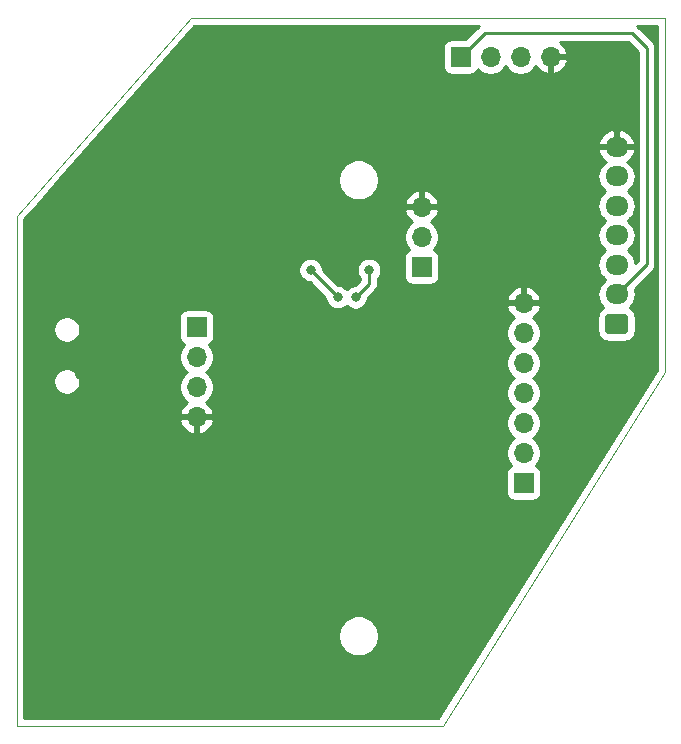
<source format=gbr>
%TF.GenerationSoftware,KiCad,Pcbnew,(5.1.6)-1*%
%TF.CreationDate,2020-06-10T16:57:24-05:00*%
%TF.ProjectId,GameVision50 Redesign,47616d65-5669-4736-996f-6e3530205265,rev?*%
%TF.SameCoordinates,Original*%
%TF.FileFunction,Copper,L2,Bot*%
%TF.FilePolarity,Positive*%
%FSLAX46Y46*%
G04 Gerber Fmt 4.6, Leading zero omitted, Abs format (unit mm)*
G04 Created by KiCad (PCBNEW (5.1.6)-1) date 2020-06-10 16:57:24*
%MOMM*%
%LPD*%
G01*
G04 APERTURE LIST*
%TA.AperFunction,Profile*%
%ADD10C,0.050000*%
%TD*%
%TA.AperFunction,ComponentPad*%
%ADD11R,1.700000X1.700000*%
%TD*%
%TA.AperFunction,ComponentPad*%
%ADD12O,1.700000X1.700000*%
%TD*%
%TA.AperFunction,ComponentPad*%
%ADD13O,1.950000X1.700000*%
%TD*%
%TA.AperFunction,ViaPad*%
%ADD14C,0.800000*%
%TD*%
%TA.AperFunction,Conductor*%
%ADD15C,0.250000*%
%TD*%
%TA.AperFunction,Conductor*%
%ADD16C,0.254000*%
%TD*%
G04 APERTURE END LIST*
D10*
X116332000Y-50800000D02*
X156464000Y-50800000D01*
X101600000Y-67564000D02*
X116332000Y-50800000D01*
X101600000Y-110744000D02*
X101600000Y-67564000D01*
X137668000Y-110744000D02*
X101600000Y-110744000D01*
X156464000Y-80772000D02*
X137668000Y-110744000D01*
X156464000Y-50800000D02*
X156464000Y-80772000D01*
D11*
%TO.P,J1,1*%
%TO.N,+5V*%
X139192000Y-54102000D03*
D12*
%TO.P,J1,2*%
%TO.N,/POWER*%
X141732000Y-54102000D03*
%TO.P,J1,3*%
%TO.N,/RESET*%
X144272000Y-54102000D03*
%TO.P,J1,4*%
%TO.N,GND*%
X146812000Y-54102000D03*
%TD*%
%TO.P,J2,3*%
%TO.N,GND*%
X135890000Y-66802000D03*
%TO.P,J2,2*%
%TO.N,Net-(J2-Pad2)*%
X135890000Y-69342000D03*
D11*
%TO.P,J2,1*%
%TO.N,+3V3*%
X135890000Y-71882000D03*
%TD*%
%TO.P,J5,1*%
%TO.N,/OUT0*%
%TA.AperFunction,ComponentPad*%
G36*
G01*
X153125000Y-77558000D02*
X151675000Y-77558000D01*
G75*
G02*
X151425000Y-77308000I0J250000D01*
G01*
X151425000Y-76108000D01*
G75*
G02*
X151675000Y-75858000I250000J0D01*
G01*
X153125000Y-75858000D01*
G75*
G02*
X153375000Y-76108000I0J-250000D01*
G01*
X153375000Y-77308000D01*
G75*
G02*
X153125000Y-77558000I-250000J0D01*
G01*
G37*
%TD.AperFunction*%
D13*
%TO.P,J5,2*%
%TO.N,+5V*%
X152400000Y-74208000D03*
%TO.P,J5,3*%
%TO.N,/SCK1*%
X152400000Y-71708000D03*
%TO.P,J5,4*%
%TO.N,/P1D0*%
X152400000Y-69208000D03*
%TO.P,J5,5*%
%TO.N,/P2D0*%
X152400000Y-66708000D03*
%TO.P,J5,6*%
%TO.N,/SCK2*%
X152400000Y-64208000D03*
%TO.P,J5,7*%
%TO.N,GND*%
X152400000Y-61708000D03*
%TD*%
D12*
%TO.P,J6,4*%
%TO.N,GND*%
X116840000Y-84582000D03*
%TO.P,J6,3*%
%TO.N,/SWDCLK*%
X116840000Y-82042000D03*
%TO.P,J6,2*%
%TO.N,/SWDIO*%
X116840000Y-79502000D03*
D11*
%TO.P,J6,1*%
%TO.N,+3V3*%
X116840000Y-76962000D03*
%TD*%
%TO.P,J4,1*%
%TO.N,+3V3*%
X144526000Y-90170000D03*
D12*
%TO.P,J4,2*%
%TO.N,/OUT0*%
X144526000Y-87630000D03*
%TO.P,J4,3*%
%TO.N,/SCK1*%
X144526000Y-85090000D03*
%TO.P,J4,4*%
%TO.N,/P1D0*%
X144526000Y-82550000D03*
%TO.P,J4,5*%
%TO.N,/P2D0*%
X144526000Y-80010000D03*
%TO.P,J4,6*%
%TO.N,/SCK2*%
X144526000Y-77470000D03*
%TO.P,J4,7*%
%TO.N,GND*%
X144526000Y-74930000D03*
%TD*%
D14*
%TO.N,GND*%
X124587000Y-82804000D03*
X128016000Y-82296000D03*
X131318000Y-82804000D03*
X133858000Y-85852000D03*
X133350000Y-77724000D03*
X134874000Y-74422000D03*
X128270000Y-77216000D03*
X125984000Y-74168000D03*
X123190000Y-79756000D03*
X136652000Y-76962000D03*
X136398000Y-84455000D03*
X129286000Y-93472000D03*
X130810000Y-93472000D03*
X144780000Y-60960000D03*
X144018000Y-65532000D03*
X142748000Y-58674000D03*
X139446000Y-58928000D03*
X136906000Y-59690000D03*
X113792000Y-95504000D03*
X102870000Y-76708000D03*
X108458000Y-76708000D03*
X102870000Y-82042000D03*
X108458000Y-82042000D03*
X106934000Y-81026000D03*
X106934000Y-80137000D03*
%TO.N,/USB_DP*%
X126492000Y-72136000D03*
X128790750Y-74434750D03*
%TO.N,/USB_DM*%
X131445000Y-72136000D03*
X130302000Y-74447500D03*
%TD*%
D15*
%TO.N,+5V*%
X154940000Y-71668000D02*
X152400000Y-74208000D01*
X154940000Y-53340000D02*
X154940000Y-71668000D01*
X153670000Y-52070000D02*
X154940000Y-53340000D01*
X139192000Y-54102000D02*
X141224000Y-52070000D01*
X141224000Y-52070000D02*
X153670000Y-52070000D01*
%TO.N,/USB_DP*%
X126492000Y-72390000D02*
X126492000Y-72136000D01*
X126492000Y-72136000D02*
X128790750Y-74434750D01*
%TO.N,/USB_DM*%
X130302000Y-74447500D02*
X131445000Y-73304500D01*
X131445000Y-73304500D02*
X131445000Y-72136000D01*
%TD*%
D16*
%TO.N,GND*%
G36*
X140716083Y-51503668D02*
G01*
X140683999Y-51529999D01*
X140660201Y-51558997D01*
X139605271Y-52613928D01*
X138342000Y-52613928D01*
X138217518Y-52626188D01*
X138097820Y-52662498D01*
X137987506Y-52721463D01*
X137890815Y-52800815D01*
X137811463Y-52897506D01*
X137752498Y-53007820D01*
X137716188Y-53127518D01*
X137703928Y-53252000D01*
X137703928Y-54952000D01*
X137716188Y-55076482D01*
X137752498Y-55196180D01*
X137811463Y-55306494D01*
X137890815Y-55403185D01*
X137987506Y-55482537D01*
X138097820Y-55541502D01*
X138217518Y-55577812D01*
X138342000Y-55590072D01*
X140042000Y-55590072D01*
X140166482Y-55577812D01*
X140286180Y-55541502D01*
X140396494Y-55482537D01*
X140493185Y-55403185D01*
X140572537Y-55306494D01*
X140631502Y-55196180D01*
X140653513Y-55123620D01*
X140785368Y-55255475D01*
X141028589Y-55417990D01*
X141298842Y-55529932D01*
X141585740Y-55587000D01*
X141878260Y-55587000D01*
X142165158Y-55529932D01*
X142435411Y-55417990D01*
X142678632Y-55255475D01*
X142885475Y-55048632D01*
X143002000Y-54874240D01*
X143118525Y-55048632D01*
X143325368Y-55255475D01*
X143568589Y-55417990D01*
X143838842Y-55529932D01*
X144125740Y-55587000D01*
X144418260Y-55587000D01*
X144705158Y-55529932D01*
X144975411Y-55417990D01*
X145218632Y-55255475D01*
X145425475Y-55048632D01*
X145547195Y-54866466D01*
X145616822Y-54983355D01*
X145811731Y-55199588D01*
X146045080Y-55373641D01*
X146307901Y-55498825D01*
X146455110Y-55543476D01*
X146685000Y-55422155D01*
X146685000Y-54229000D01*
X146939000Y-54229000D01*
X146939000Y-55422155D01*
X147168890Y-55543476D01*
X147316099Y-55498825D01*
X147578920Y-55373641D01*
X147812269Y-55199588D01*
X148007178Y-54983355D01*
X148156157Y-54733252D01*
X148253481Y-54458891D01*
X148132814Y-54229000D01*
X146939000Y-54229000D01*
X146685000Y-54229000D01*
X146665000Y-54229000D01*
X146665000Y-53975000D01*
X146685000Y-53975000D01*
X146685000Y-53955000D01*
X146939000Y-53955000D01*
X146939000Y-53975000D01*
X148132814Y-53975000D01*
X148253481Y-53745109D01*
X148156157Y-53470748D01*
X148007178Y-53220645D01*
X147812269Y-53004412D01*
X147578920Y-52830359D01*
X147578166Y-52830000D01*
X153355199Y-52830000D01*
X154180000Y-53654802D01*
X154180001Y-71353196D01*
X153999971Y-71533226D01*
X153988513Y-71416889D01*
X153903599Y-71136966D01*
X153765706Y-70878986D01*
X153580134Y-70652866D01*
X153354014Y-70467294D01*
X153336626Y-70458000D01*
X153354014Y-70448706D01*
X153580134Y-70263134D01*
X153765706Y-70037014D01*
X153903599Y-69779034D01*
X153988513Y-69499111D01*
X154017185Y-69208000D01*
X153988513Y-68916889D01*
X153903599Y-68636966D01*
X153765706Y-68378986D01*
X153580134Y-68152866D01*
X153354014Y-67967294D01*
X153336626Y-67958000D01*
X153354014Y-67948706D01*
X153580134Y-67763134D01*
X153765706Y-67537014D01*
X153903599Y-67279034D01*
X153988513Y-66999111D01*
X154017185Y-66708000D01*
X153988513Y-66416889D01*
X153903599Y-66136966D01*
X153765706Y-65878986D01*
X153580134Y-65652866D01*
X153354014Y-65467294D01*
X153336626Y-65458000D01*
X153354014Y-65448706D01*
X153580134Y-65263134D01*
X153765706Y-65037014D01*
X153903599Y-64779034D01*
X153988513Y-64499111D01*
X154017185Y-64208000D01*
X153988513Y-63916889D01*
X153903599Y-63636966D01*
X153765706Y-63378986D01*
X153580134Y-63152866D01*
X153354014Y-62967294D01*
X153328278Y-62953538D01*
X153534429Y-62797049D01*
X153727496Y-62579193D01*
X153874352Y-62327858D01*
X153966476Y-62064890D01*
X153845155Y-61835000D01*
X152527000Y-61835000D01*
X152527000Y-61855000D01*
X152273000Y-61855000D01*
X152273000Y-61835000D01*
X150954845Y-61835000D01*
X150833524Y-62064890D01*
X150925648Y-62327858D01*
X151072504Y-62579193D01*
X151265571Y-62797049D01*
X151471722Y-62953538D01*
X151445986Y-62967294D01*
X151219866Y-63152866D01*
X151034294Y-63378986D01*
X150896401Y-63636966D01*
X150811487Y-63916889D01*
X150782815Y-64208000D01*
X150811487Y-64499111D01*
X150896401Y-64779034D01*
X151034294Y-65037014D01*
X151219866Y-65263134D01*
X151445986Y-65448706D01*
X151463374Y-65458000D01*
X151445986Y-65467294D01*
X151219866Y-65652866D01*
X151034294Y-65878986D01*
X150896401Y-66136966D01*
X150811487Y-66416889D01*
X150782815Y-66708000D01*
X150811487Y-66999111D01*
X150896401Y-67279034D01*
X151034294Y-67537014D01*
X151219866Y-67763134D01*
X151445986Y-67948706D01*
X151463374Y-67958000D01*
X151445986Y-67967294D01*
X151219866Y-68152866D01*
X151034294Y-68378986D01*
X150896401Y-68636966D01*
X150811487Y-68916889D01*
X150782815Y-69208000D01*
X150811487Y-69499111D01*
X150896401Y-69779034D01*
X151034294Y-70037014D01*
X151219866Y-70263134D01*
X151445986Y-70448706D01*
X151463374Y-70458000D01*
X151445986Y-70467294D01*
X151219866Y-70652866D01*
X151034294Y-70878986D01*
X150896401Y-71136966D01*
X150811487Y-71416889D01*
X150782815Y-71708000D01*
X150811487Y-71999111D01*
X150896401Y-72279034D01*
X151034294Y-72537014D01*
X151219866Y-72763134D01*
X151445986Y-72948706D01*
X151463374Y-72958000D01*
X151445986Y-72967294D01*
X151219866Y-73152866D01*
X151034294Y-73378986D01*
X150896401Y-73636966D01*
X150811487Y-73916889D01*
X150782815Y-74208000D01*
X150811487Y-74499111D01*
X150896401Y-74779034D01*
X151034294Y-75037014D01*
X151219866Y-75263134D01*
X151283337Y-75315223D01*
X151181614Y-75369595D01*
X151047038Y-75480038D01*
X150936595Y-75614614D01*
X150854528Y-75768150D01*
X150803992Y-75934746D01*
X150786928Y-76108000D01*
X150786928Y-77308000D01*
X150803992Y-77481254D01*
X150854528Y-77647850D01*
X150936595Y-77801386D01*
X151047038Y-77935962D01*
X151181614Y-78046405D01*
X151335150Y-78128472D01*
X151501746Y-78179008D01*
X151675000Y-78196072D01*
X153125000Y-78196072D01*
X153298254Y-78179008D01*
X153464850Y-78128472D01*
X153618386Y-78046405D01*
X153752962Y-77935962D01*
X153863405Y-77801386D01*
X153945472Y-77647850D01*
X153996008Y-77481254D01*
X154013072Y-77308000D01*
X154013072Y-76108000D01*
X153996008Y-75934746D01*
X153945472Y-75768150D01*
X153863405Y-75614614D01*
X153752962Y-75480038D01*
X153618386Y-75369595D01*
X153516663Y-75315223D01*
X153580134Y-75263134D01*
X153765706Y-75037014D01*
X153903599Y-74779034D01*
X153988513Y-74499111D01*
X154017185Y-74208000D01*
X153988513Y-73916889D01*
X153936704Y-73746098D01*
X155451008Y-72231795D01*
X155480001Y-72208001D01*
X155503795Y-72179008D01*
X155503799Y-72179004D01*
X155574973Y-72092277D01*
X155574974Y-72092276D01*
X155645546Y-71960247D01*
X155689003Y-71816986D01*
X155700000Y-71705333D01*
X155700000Y-71705324D01*
X155703676Y-71668001D01*
X155700000Y-71630678D01*
X155700000Y-53377322D01*
X155703676Y-53339999D01*
X155700000Y-53302676D01*
X155700000Y-53302667D01*
X155689003Y-53191014D01*
X155645546Y-53047753D01*
X155574974Y-52915724D01*
X155480001Y-52799999D01*
X155451004Y-52776202D01*
X154233804Y-51559003D01*
X154210001Y-51529999D01*
X154124707Y-51460000D01*
X155804000Y-51460000D01*
X155804001Y-80582168D01*
X137302854Y-110084000D01*
X102260000Y-110084000D01*
X102260000Y-102953117D01*
X128821000Y-102953117D01*
X128821000Y-103294883D01*
X128887675Y-103630081D01*
X129018463Y-103945831D01*
X129208337Y-104229998D01*
X129450002Y-104471663D01*
X129734169Y-104661537D01*
X130049919Y-104792325D01*
X130385117Y-104859000D01*
X130726883Y-104859000D01*
X131062081Y-104792325D01*
X131377831Y-104661537D01*
X131661998Y-104471663D01*
X131903663Y-104229998D01*
X132093537Y-103945831D01*
X132224325Y-103630081D01*
X132291000Y-103294883D01*
X132291000Y-102953117D01*
X132224325Y-102617919D01*
X132093537Y-102302169D01*
X131903663Y-102018002D01*
X131661998Y-101776337D01*
X131377831Y-101586463D01*
X131062081Y-101455675D01*
X130726883Y-101389000D01*
X130385117Y-101389000D01*
X130049919Y-101455675D01*
X129734169Y-101586463D01*
X129450002Y-101776337D01*
X129208337Y-102018002D01*
X129018463Y-102302169D01*
X128887675Y-102617919D01*
X128821000Y-102953117D01*
X102260000Y-102953117D01*
X102260000Y-89320000D01*
X143037928Y-89320000D01*
X143037928Y-91020000D01*
X143050188Y-91144482D01*
X143086498Y-91264180D01*
X143145463Y-91374494D01*
X143224815Y-91471185D01*
X143321506Y-91550537D01*
X143431820Y-91609502D01*
X143551518Y-91645812D01*
X143676000Y-91658072D01*
X145376000Y-91658072D01*
X145500482Y-91645812D01*
X145620180Y-91609502D01*
X145730494Y-91550537D01*
X145827185Y-91471185D01*
X145906537Y-91374494D01*
X145965502Y-91264180D01*
X146001812Y-91144482D01*
X146014072Y-91020000D01*
X146014072Y-89320000D01*
X146001812Y-89195518D01*
X145965502Y-89075820D01*
X145906537Y-88965506D01*
X145827185Y-88868815D01*
X145730494Y-88789463D01*
X145620180Y-88730498D01*
X145547620Y-88708487D01*
X145679475Y-88576632D01*
X145841990Y-88333411D01*
X145953932Y-88063158D01*
X146011000Y-87776260D01*
X146011000Y-87483740D01*
X145953932Y-87196842D01*
X145841990Y-86926589D01*
X145679475Y-86683368D01*
X145472632Y-86476525D01*
X145298240Y-86360000D01*
X145472632Y-86243475D01*
X145679475Y-86036632D01*
X145841990Y-85793411D01*
X145953932Y-85523158D01*
X146011000Y-85236260D01*
X146011000Y-84943740D01*
X145953932Y-84656842D01*
X145841990Y-84386589D01*
X145679475Y-84143368D01*
X145472632Y-83936525D01*
X145298240Y-83820000D01*
X145472632Y-83703475D01*
X145679475Y-83496632D01*
X145841990Y-83253411D01*
X145953932Y-82983158D01*
X146011000Y-82696260D01*
X146011000Y-82403740D01*
X145953932Y-82116842D01*
X145841990Y-81846589D01*
X145679475Y-81603368D01*
X145472632Y-81396525D01*
X145298240Y-81280000D01*
X145472632Y-81163475D01*
X145679475Y-80956632D01*
X145841990Y-80713411D01*
X145953932Y-80443158D01*
X146011000Y-80156260D01*
X146011000Y-79863740D01*
X145953932Y-79576842D01*
X145841990Y-79306589D01*
X145679475Y-79063368D01*
X145472632Y-78856525D01*
X145298240Y-78740000D01*
X145472632Y-78623475D01*
X145679475Y-78416632D01*
X145841990Y-78173411D01*
X145953932Y-77903158D01*
X146011000Y-77616260D01*
X146011000Y-77323740D01*
X145953932Y-77036842D01*
X145841990Y-76766589D01*
X145679475Y-76523368D01*
X145472632Y-76316525D01*
X145290466Y-76194805D01*
X145407355Y-76125178D01*
X145623588Y-75930269D01*
X145797641Y-75696920D01*
X145922825Y-75434099D01*
X145967476Y-75286890D01*
X145846155Y-75057000D01*
X144653000Y-75057000D01*
X144653000Y-75077000D01*
X144399000Y-75077000D01*
X144399000Y-75057000D01*
X143205845Y-75057000D01*
X143084524Y-75286890D01*
X143129175Y-75434099D01*
X143254359Y-75696920D01*
X143428412Y-75930269D01*
X143644645Y-76125178D01*
X143761534Y-76194805D01*
X143579368Y-76316525D01*
X143372525Y-76523368D01*
X143210010Y-76766589D01*
X143098068Y-77036842D01*
X143041000Y-77323740D01*
X143041000Y-77616260D01*
X143098068Y-77903158D01*
X143210010Y-78173411D01*
X143372525Y-78416632D01*
X143579368Y-78623475D01*
X143753760Y-78740000D01*
X143579368Y-78856525D01*
X143372525Y-79063368D01*
X143210010Y-79306589D01*
X143098068Y-79576842D01*
X143041000Y-79863740D01*
X143041000Y-80156260D01*
X143098068Y-80443158D01*
X143210010Y-80713411D01*
X143372525Y-80956632D01*
X143579368Y-81163475D01*
X143753760Y-81280000D01*
X143579368Y-81396525D01*
X143372525Y-81603368D01*
X143210010Y-81846589D01*
X143098068Y-82116842D01*
X143041000Y-82403740D01*
X143041000Y-82696260D01*
X143098068Y-82983158D01*
X143210010Y-83253411D01*
X143372525Y-83496632D01*
X143579368Y-83703475D01*
X143753760Y-83820000D01*
X143579368Y-83936525D01*
X143372525Y-84143368D01*
X143210010Y-84386589D01*
X143098068Y-84656842D01*
X143041000Y-84943740D01*
X143041000Y-85236260D01*
X143098068Y-85523158D01*
X143210010Y-85793411D01*
X143372525Y-86036632D01*
X143579368Y-86243475D01*
X143753760Y-86360000D01*
X143579368Y-86476525D01*
X143372525Y-86683368D01*
X143210010Y-86926589D01*
X143098068Y-87196842D01*
X143041000Y-87483740D01*
X143041000Y-87776260D01*
X143098068Y-88063158D01*
X143210010Y-88333411D01*
X143372525Y-88576632D01*
X143504380Y-88708487D01*
X143431820Y-88730498D01*
X143321506Y-88789463D01*
X143224815Y-88868815D01*
X143145463Y-88965506D01*
X143086498Y-89075820D01*
X143050188Y-89195518D01*
X143037928Y-89320000D01*
X102260000Y-89320000D01*
X102260000Y-84938890D01*
X115398524Y-84938890D01*
X115443175Y-85086099D01*
X115568359Y-85348920D01*
X115742412Y-85582269D01*
X115958645Y-85777178D01*
X116208748Y-85926157D01*
X116483109Y-86023481D01*
X116713000Y-85902814D01*
X116713000Y-84709000D01*
X116967000Y-84709000D01*
X116967000Y-85902814D01*
X117196891Y-86023481D01*
X117471252Y-85926157D01*
X117721355Y-85777178D01*
X117937588Y-85582269D01*
X118111641Y-85348920D01*
X118236825Y-85086099D01*
X118281476Y-84938890D01*
X118160155Y-84709000D01*
X116967000Y-84709000D01*
X116713000Y-84709000D01*
X115519845Y-84709000D01*
X115398524Y-84938890D01*
X102260000Y-84938890D01*
X102260000Y-81458212D01*
X104723000Y-81458212D01*
X104723000Y-81681788D01*
X104766617Y-81901067D01*
X104852176Y-82107624D01*
X104976388Y-82293520D01*
X105134480Y-82451612D01*
X105320376Y-82575824D01*
X105526933Y-82661383D01*
X105746212Y-82705000D01*
X105969788Y-82705000D01*
X106189067Y-82661383D01*
X106395624Y-82575824D01*
X106581520Y-82451612D01*
X106739612Y-82293520D01*
X106863824Y-82107624D01*
X106949383Y-81901067D01*
X106993000Y-81681788D01*
X106993000Y-81458212D01*
X106949383Y-81238933D01*
X106863824Y-81032376D01*
X106739612Y-80846480D01*
X106581520Y-80688388D01*
X106395624Y-80564176D01*
X106189067Y-80478617D01*
X105969788Y-80435000D01*
X105746212Y-80435000D01*
X105526933Y-80478617D01*
X105320376Y-80564176D01*
X105134480Y-80688388D01*
X104976388Y-80846480D01*
X104852176Y-81032376D01*
X104766617Y-81238933D01*
X104723000Y-81458212D01*
X102260000Y-81458212D01*
X102260000Y-77058212D01*
X104723000Y-77058212D01*
X104723000Y-77281788D01*
X104766617Y-77501067D01*
X104852176Y-77707624D01*
X104976388Y-77893520D01*
X105134480Y-78051612D01*
X105320376Y-78175824D01*
X105526933Y-78261383D01*
X105746212Y-78305000D01*
X105969788Y-78305000D01*
X106189067Y-78261383D01*
X106395624Y-78175824D01*
X106581520Y-78051612D01*
X106739612Y-77893520D01*
X106863824Y-77707624D01*
X106949383Y-77501067D01*
X106993000Y-77281788D01*
X106993000Y-77058212D01*
X106949383Y-76838933D01*
X106863824Y-76632376D01*
X106739612Y-76446480D01*
X106581520Y-76288388D01*
X106395624Y-76164176D01*
X106269661Y-76112000D01*
X115351928Y-76112000D01*
X115351928Y-77812000D01*
X115364188Y-77936482D01*
X115400498Y-78056180D01*
X115459463Y-78166494D01*
X115538815Y-78263185D01*
X115635506Y-78342537D01*
X115745820Y-78401502D01*
X115818380Y-78423513D01*
X115686525Y-78555368D01*
X115524010Y-78798589D01*
X115412068Y-79068842D01*
X115355000Y-79355740D01*
X115355000Y-79648260D01*
X115412068Y-79935158D01*
X115524010Y-80205411D01*
X115686525Y-80448632D01*
X115893368Y-80655475D01*
X116067760Y-80772000D01*
X115893368Y-80888525D01*
X115686525Y-81095368D01*
X115524010Y-81338589D01*
X115412068Y-81608842D01*
X115355000Y-81895740D01*
X115355000Y-82188260D01*
X115412068Y-82475158D01*
X115524010Y-82745411D01*
X115686525Y-82988632D01*
X115893368Y-83195475D01*
X116075534Y-83317195D01*
X115958645Y-83386822D01*
X115742412Y-83581731D01*
X115568359Y-83815080D01*
X115443175Y-84077901D01*
X115398524Y-84225110D01*
X115519845Y-84455000D01*
X116713000Y-84455000D01*
X116713000Y-84435000D01*
X116967000Y-84435000D01*
X116967000Y-84455000D01*
X118160155Y-84455000D01*
X118281476Y-84225110D01*
X118236825Y-84077901D01*
X118111641Y-83815080D01*
X117937588Y-83581731D01*
X117721355Y-83386822D01*
X117604466Y-83317195D01*
X117786632Y-83195475D01*
X117993475Y-82988632D01*
X118155990Y-82745411D01*
X118267932Y-82475158D01*
X118325000Y-82188260D01*
X118325000Y-81895740D01*
X118267932Y-81608842D01*
X118155990Y-81338589D01*
X117993475Y-81095368D01*
X117786632Y-80888525D01*
X117612240Y-80772000D01*
X117786632Y-80655475D01*
X117993475Y-80448632D01*
X118155990Y-80205411D01*
X118267932Y-79935158D01*
X118325000Y-79648260D01*
X118325000Y-79355740D01*
X118267932Y-79068842D01*
X118155990Y-78798589D01*
X117993475Y-78555368D01*
X117861620Y-78423513D01*
X117934180Y-78401502D01*
X118044494Y-78342537D01*
X118141185Y-78263185D01*
X118220537Y-78166494D01*
X118279502Y-78056180D01*
X118315812Y-77936482D01*
X118328072Y-77812000D01*
X118328072Y-76112000D01*
X118315812Y-75987518D01*
X118279502Y-75867820D01*
X118220537Y-75757506D01*
X118141185Y-75660815D01*
X118044494Y-75581463D01*
X117934180Y-75522498D01*
X117814482Y-75486188D01*
X117690000Y-75473928D01*
X115990000Y-75473928D01*
X115865518Y-75486188D01*
X115745820Y-75522498D01*
X115635506Y-75581463D01*
X115538815Y-75660815D01*
X115459463Y-75757506D01*
X115400498Y-75867820D01*
X115364188Y-75987518D01*
X115351928Y-76112000D01*
X106269661Y-76112000D01*
X106189067Y-76078617D01*
X105969788Y-76035000D01*
X105746212Y-76035000D01*
X105526933Y-76078617D01*
X105320376Y-76164176D01*
X105134480Y-76288388D01*
X104976388Y-76446480D01*
X104852176Y-76632376D01*
X104766617Y-76838933D01*
X104723000Y-77058212D01*
X102260000Y-77058212D01*
X102260000Y-72034061D01*
X125457000Y-72034061D01*
X125457000Y-72237939D01*
X125496774Y-72437898D01*
X125574795Y-72626256D01*
X125688063Y-72795774D01*
X125832226Y-72939937D01*
X126001744Y-73053205D01*
X126190102Y-73131226D01*
X126390061Y-73171000D01*
X126452199Y-73171000D01*
X127755750Y-74474553D01*
X127755750Y-74536689D01*
X127795524Y-74736648D01*
X127873545Y-74925006D01*
X127986813Y-75094524D01*
X128130976Y-75238687D01*
X128300494Y-75351955D01*
X128488852Y-75429976D01*
X128688811Y-75469750D01*
X128892689Y-75469750D01*
X129092648Y-75429976D01*
X129281006Y-75351955D01*
X129450524Y-75238687D01*
X129540000Y-75149211D01*
X129642226Y-75251437D01*
X129811744Y-75364705D01*
X130000102Y-75442726D01*
X130200061Y-75482500D01*
X130403939Y-75482500D01*
X130603898Y-75442726D01*
X130792256Y-75364705D01*
X130961774Y-75251437D01*
X131105937Y-75107274D01*
X131219205Y-74937756D01*
X131297226Y-74749398D01*
X131332291Y-74573110D01*
X143084524Y-74573110D01*
X143205845Y-74803000D01*
X144399000Y-74803000D01*
X144399000Y-73609186D01*
X144653000Y-73609186D01*
X144653000Y-74803000D01*
X145846155Y-74803000D01*
X145967476Y-74573110D01*
X145922825Y-74425901D01*
X145797641Y-74163080D01*
X145623588Y-73929731D01*
X145407355Y-73734822D01*
X145157252Y-73585843D01*
X144882891Y-73488519D01*
X144653000Y-73609186D01*
X144399000Y-73609186D01*
X144169109Y-73488519D01*
X143894748Y-73585843D01*
X143644645Y-73734822D01*
X143428412Y-73929731D01*
X143254359Y-74163080D01*
X143129175Y-74425901D01*
X143084524Y-74573110D01*
X131332291Y-74573110D01*
X131337000Y-74549439D01*
X131337000Y-74487301D01*
X131956004Y-73868298D01*
X131985001Y-73844501D01*
X132031595Y-73787726D01*
X132079974Y-73728777D01*
X132150546Y-73596747D01*
X132153854Y-73585843D01*
X132194003Y-73453486D01*
X132205000Y-73341833D01*
X132205000Y-73341824D01*
X132208676Y-73304501D01*
X132205000Y-73267178D01*
X132205000Y-72839711D01*
X132248937Y-72795774D01*
X132362205Y-72626256D01*
X132440226Y-72437898D01*
X132480000Y-72237939D01*
X132480000Y-72034061D01*
X132440226Y-71834102D01*
X132362205Y-71645744D01*
X132248937Y-71476226D01*
X132104774Y-71332063D01*
X131935256Y-71218795D01*
X131746898Y-71140774D01*
X131546939Y-71101000D01*
X131343061Y-71101000D01*
X131143102Y-71140774D01*
X130954744Y-71218795D01*
X130785226Y-71332063D01*
X130641063Y-71476226D01*
X130527795Y-71645744D01*
X130449774Y-71834102D01*
X130410000Y-72034061D01*
X130410000Y-72237939D01*
X130449774Y-72437898D01*
X130527795Y-72626256D01*
X130641063Y-72795774D01*
X130685000Y-72839711D01*
X130685000Y-72989698D01*
X130262199Y-73412500D01*
X130200061Y-73412500D01*
X130000102Y-73452274D01*
X129811744Y-73530295D01*
X129642226Y-73643563D01*
X129552750Y-73733039D01*
X129450524Y-73630813D01*
X129281006Y-73517545D01*
X129092648Y-73439524D01*
X128892689Y-73399750D01*
X128830553Y-73399750D01*
X127527000Y-72096199D01*
X127527000Y-72034061D01*
X127487226Y-71834102D01*
X127409205Y-71645744D01*
X127295937Y-71476226D01*
X127151774Y-71332063D01*
X126982256Y-71218795D01*
X126793898Y-71140774D01*
X126593939Y-71101000D01*
X126390061Y-71101000D01*
X126190102Y-71140774D01*
X126001744Y-71218795D01*
X125832226Y-71332063D01*
X125688063Y-71476226D01*
X125574795Y-71645744D01*
X125496774Y-71834102D01*
X125457000Y-72034061D01*
X102260000Y-72034061D01*
X102260000Y-71032000D01*
X134401928Y-71032000D01*
X134401928Y-72732000D01*
X134414188Y-72856482D01*
X134450498Y-72976180D01*
X134509463Y-73086494D01*
X134588815Y-73183185D01*
X134685506Y-73262537D01*
X134795820Y-73321502D01*
X134915518Y-73357812D01*
X135040000Y-73370072D01*
X136740000Y-73370072D01*
X136864482Y-73357812D01*
X136984180Y-73321502D01*
X137094494Y-73262537D01*
X137191185Y-73183185D01*
X137270537Y-73086494D01*
X137329502Y-72976180D01*
X137365812Y-72856482D01*
X137378072Y-72732000D01*
X137378072Y-71032000D01*
X137365812Y-70907518D01*
X137329502Y-70787820D01*
X137270537Y-70677506D01*
X137191185Y-70580815D01*
X137094494Y-70501463D01*
X136984180Y-70442498D01*
X136911620Y-70420487D01*
X137043475Y-70288632D01*
X137205990Y-70045411D01*
X137317932Y-69775158D01*
X137375000Y-69488260D01*
X137375000Y-69195740D01*
X137317932Y-68908842D01*
X137205990Y-68638589D01*
X137043475Y-68395368D01*
X136836632Y-68188525D01*
X136654466Y-68066805D01*
X136771355Y-67997178D01*
X136987588Y-67802269D01*
X137161641Y-67568920D01*
X137286825Y-67306099D01*
X137331476Y-67158890D01*
X137210155Y-66929000D01*
X136017000Y-66929000D01*
X136017000Y-66949000D01*
X135763000Y-66949000D01*
X135763000Y-66929000D01*
X134569845Y-66929000D01*
X134448524Y-67158890D01*
X134493175Y-67306099D01*
X134618359Y-67568920D01*
X134792412Y-67802269D01*
X135008645Y-67997178D01*
X135125534Y-68066805D01*
X134943368Y-68188525D01*
X134736525Y-68395368D01*
X134574010Y-68638589D01*
X134462068Y-68908842D01*
X134405000Y-69195740D01*
X134405000Y-69488260D01*
X134462068Y-69775158D01*
X134574010Y-70045411D01*
X134736525Y-70288632D01*
X134868380Y-70420487D01*
X134795820Y-70442498D01*
X134685506Y-70501463D01*
X134588815Y-70580815D01*
X134509463Y-70677506D01*
X134450498Y-70787820D01*
X134414188Y-70907518D01*
X134401928Y-71032000D01*
X102260000Y-71032000D01*
X102260000Y-67812791D01*
X103461901Y-66445110D01*
X134448524Y-66445110D01*
X134569845Y-66675000D01*
X135763000Y-66675000D01*
X135763000Y-65481186D01*
X136017000Y-65481186D01*
X136017000Y-66675000D01*
X137210155Y-66675000D01*
X137331476Y-66445110D01*
X137286825Y-66297901D01*
X137161641Y-66035080D01*
X136987588Y-65801731D01*
X136771355Y-65606822D01*
X136521252Y-65457843D01*
X136246891Y-65360519D01*
X136017000Y-65481186D01*
X135763000Y-65481186D01*
X135533109Y-65360519D01*
X135258748Y-65457843D01*
X135008645Y-65606822D01*
X134792412Y-65801731D01*
X134618359Y-66035080D01*
X134493175Y-66297901D01*
X134448524Y-66445110D01*
X103461901Y-66445110D01*
X105307350Y-64345117D01*
X128821000Y-64345117D01*
X128821000Y-64686883D01*
X128887675Y-65022081D01*
X129018463Y-65337831D01*
X129208337Y-65621998D01*
X129450002Y-65863663D01*
X129734169Y-66053537D01*
X130049919Y-66184325D01*
X130385117Y-66251000D01*
X130726883Y-66251000D01*
X131062081Y-66184325D01*
X131377831Y-66053537D01*
X131661998Y-65863663D01*
X131903663Y-65621998D01*
X132093537Y-65337831D01*
X132224325Y-65022081D01*
X132291000Y-64686883D01*
X132291000Y-64345117D01*
X132224325Y-64009919D01*
X132093537Y-63694169D01*
X131903663Y-63410002D01*
X131661998Y-63168337D01*
X131377831Y-62978463D01*
X131062081Y-62847675D01*
X130726883Y-62781000D01*
X130385117Y-62781000D01*
X130049919Y-62847675D01*
X129734169Y-62978463D01*
X129450002Y-63168337D01*
X129208337Y-63410002D01*
X129018463Y-63694169D01*
X128887675Y-64009919D01*
X128821000Y-64345117D01*
X105307350Y-64345117D01*
X107938447Y-61351110D01*
X150833524Y-61351110D01*
X150954845Y-61581000D01*
X152273000Y-61581000D01*
X152273000Y-60381835D01*
X152527000Y-60381835D01*
X152527000Y-61581000D01*
X153845155Y-61581000D01*
X153966476Y-61351110D01*
X153874352Y-61088142D01*
X153727496Y-60836807D01*
X153534429Y-60618951D01*
X153302570Y-60442947D01*
X153040830Y-60315558D01*
X152759267Y-60241680D01*
X152527000Y-60381835D01*
X152273000Y-60381835D01*
X152040733Y-60241680D01*
X151759170Y-60315558D01*
X151497430Y-60442947D01*
X151265571Y-60618951D01*
X151072504Y-60836807D01*
X150925648Y-61088142D01*
X150833524Y-61351110D01*
X107938447Y-61351110D01*
X116630636Y-51460000D01*
X140769292Y-51460000D01*
X140716083Y-51503668D01*
G37*
X140716083Y-51503668D02*
X140683999Y-51529999D01*
X140660201Y-51558997D01*
X139605271Y-52613928D01*
X138342000Y-52613928D01*
X138217518Y-52626188D01*
X138097820Y-52662498D01*
X137987506Y-52721463D01*
X137890815Y-52800815D01*
X137811463Y-52897506D01*
X137752498Y-53007820D01*
X137716188Y-53127518D01*
X137703928Y-53252000D01*
X137703928Y-54952000D01*
X137716188Y-55076482D01*
X137752498Y-55196180D01*
X137811463Y-55306494D01*
X137890815Y-55403185D01*
X137987506Y-55482537D01*
X138097820Y-55541502D01*
X138217518Y-55577812D01*
X138342000Y-55590072D01*
X140042000Y-55590072D01*
X140166482Y-55577812D01*
X140286180Y-55541502D01*
X140396494Y-55482537D01*
X140493185Y-55403185D01*
X140572537Y-55306494D01*
X140631502Y-55196180D01*
X140653513Y-55123620D01*
X140785368Y-55255475D01*
X141028589Y-55417990D01*
X141298842Y-55529932D01*
X141585740Y-55587000D01*
X141878260Y-55587000D01*
X142165158Y-55529932D01*
X142435411Y-55417990D01*
X142678632Y-55255475D01*
X142885475Y-55048632D01*
X143002000Y-54874240D01*
X143118525Y-55048632D01*
X143325368Y-55255475D01*
X143568589Y-55417990D01*
X143838842Y-55529932D01*
X144125740Y-55587000D01*
X144418260Y-55587000D01*
X144705158Y-55529932D01*
X144975411Y-55417990D01*
X145218632Y-55255475D01*
X145425475Y-55048632D01*
X145547195Y-54866466D01*
X145616822Y-54983355D01*
X145811731Y-55199588D01*
X146045080Y-55373641D01*
X146307901Y-55498825D01*
X146455110Y-55543476D01*
X146685000Y-55422155D01*
X146685000Y-54229000D01*
X146939000Y-54229000D01*
X146939000Y-55422155D01*
X147168890Y-55543476D01*
X147316099Y-55498825D01*
X147578920Y-55373641D01*
X147812269Y-55199588D01*
X148007178Y-54983355D01*
X148156157Y-54733252D01*
X148253481Y-54458891D01*
X148132814Y-54229000D01*
X146939000Y-54229000D01*
X146685000Y-54229000D01*
X146665000Y-54229000D01*
X146665000Y-53975000D01*
X146685000Y-53975000D01*
X146685000Y-53955000D01*
X146939000Y-53955000D01*
X146939000Y-53975000D01*
X148132814Y-53975000D01*
X148253481Y-53745109D01*
X148156157Y-53470748D01*
X148007178Y-53220645D01*
X147812269Y-53004412D01*
X147578920Y-52830359D01*
X147578166Y-52830000D01*
X153355199Y-52830000D01*
X154180000Y-53654802D01*
X154180001Y-71353196D01*
X153999971Y-71533226D01*
X153988513Y-71416889D01*
X153903599Y-71136966D01*
X153765706Y-70878986D01*
X153580134Y-70652866D01*
X153354014Y-70467294D01*
X153336626Y-70458000D01*
X153354014Y-70448706D01*
X153580134Y-70263134D01*
X153765706Y-70037014D01*
X153903599Y-69779034D01*
X153988513Y-69499111D01*
X154017185Y-69208000D01*
X153988513Y-68916889D01*
X153903599Y-68636966D01*
X153765706Y-68378986D01*
X153580134Y-68152866D01*
X153354014Y-67967294D01*
X153336626Y-67958000D01*
X153354014Y-67948706D01*
X153580134Y-67763134D01*
X153765706Y-67537014D01*
X153903599Y-67279034D01*
X153988513Y-66999111D01*
X154017185Y-66708000D01*
X153988513Y-66416889D01*
X153903599Y-66136966D01*
X153765706Y-65878986D01*
X153580134Y-65652866D01*
X153354014Y-65467294D01*
X153336626Y-65458000D01*
X153354014Y-65448706D01*
X153580134Y-65263134D01*
X153765706Y-65037014D01*
X153903599Y-64779034D01*
X153988513Y-64499111D01*
X154017185Y-64208000D01*
X153988513Y-63916889D01*
X153903599Y-63636966D01*
X153765706Y-63378986D01*
X153580134Y-63152866D01*
X153354014Y-62967294D01*
X153328278Y-62953538D01*
X153534429Y-62797049D01*
X153727496Y-62579193D01*
X153874352Y-62327858D01*
X153966476Y-62064890D01*
X153845155Y-61835000D01*
X152527000Y-61835000D01*
X152527000Y-61855000D01*
X152273000Y-61855000D01*
X152273000Y-61835000D01*
X150954845Y-61835000D01*
X150833524Y-62064890D01*
X150925648Y-62327858D01*
X151072504Y-62579193D01*
X151265571Y-62797049D01*
X151471722Y-62953538D01*
X151445986Y-62967294D01*
X151219866Y-63152866D01*
X151034294Y-63378986D01*
X150896401Y-63636966D01*
X150811487Y-63916889D01*
X150782815Y-64208000D01*
X150811487Y-64499111D01*
X150896401Y-64779034D01*
X151034294Y-65037014D01*
X151219866Y-65263134D01*
X151445986Y-65448706D01*
X151463374Y-65458000D01*
X151445986Y-65467294D01*
X151219866Y-65652866D01*
X151034294Y-65878986D01*
X150896401Y-66136966D01*
X150811487Y-66416889D01*
X150782815Y-66708000D01*
X150811487Y-66999111D01*
X150896401Y-67279034D01*
X151034294Y-67537014D01*
X151219866Y-67763134D01*
X151445986Y-67948706D01*
X151463374Y-67958000D01*
X151445986Y-67967294D01*
X151219866Y-68152866D01*
X151034294Y-68378986D01*
X150896401Y-68636966D01*
X150811487Y-68916889D01*
X150782815Y-69208000D01*
X150811487Y-69499111D01*
X150896401Y-69779034D01*
X151034294Y-70037014D01*
X151219866Y-70263134D01*
X151445986Y-70448706D01*
X151463374Y-70458000D01*
X151445986Y-70467294D01*
X151219866Y-70652866D01*
X151034294Y-70878986D01*
X150896401Y-71136966D01*
X150811487Y-71416889D01*
X150782815Y-71708000D01*
X150811487Y-71999111D01*
X150896401Y-72279034D01*
X151034294Y-72537014D01*
X151219866Y-72763134D01*
X151445986Y-72948706D01*
X151463374Y-72958000D01*
X151445986Y-72967294D01*
X151219866Y-73152866D01*
X151034294Y-73378986D01*
X150896401Y-73636966D01*
X150811487Y-73916889D01*
X150782815Y-74208000D01*
X150811487Y-74499111D01*
X150896401Y-74779034D01*
X151034294Y-75037014D01*
X151219866Y-75263134D01*
X151283337Y-75315223D01*
X151181614Y-75369595D01*
X151047038Y-75480038D01*
X150936595Y-75614614D01*
X150854528Y-75768150D01*
X150803992Y-75934746D01*
X150786928Y-76108000D01*
X150786928Y-77308000D01*
X150803992Y-77481254D01*
X150854528Y-77647850D01*
X150936595Y-77801386D01*
X151047038Y-77935962D01*
X151181614Y-78046405D01*
X151335150Y-78128472D01*
X151501746Y-78179008D01*
X151675000Y-78196072D01*
X153125000Y-78196072D01*
X153298254Y-78179008D01*
X153464850Y-78128472D01*
X153618386Y-78046405D01*
X153752962Y-77935962D01*
X153863405Y-77801386D01*
X153945472Y-77647850D01*
X153996008Y-77481254D01*
X154013072Y-77308000D01*
X154013072Y-76108000D01*
X153996008Y-75934746D01*
X153945472Y-75768150D01*
X153863405Y-75614614D01*
X153752962Y-75480038D01*
X153618386Y-75369595D01*
X153516663Y-75315223D01*
X153580134Y-75263134D01*
X153765706Y-75037014D01*
X153903599Y-74779034D01*
X153988513Y-74499111D01*
X154017185Y-74208000D01*
X153988513Y-73916889D01*
X153936704Y-73746098D01*
X155451008Y-72231795D01*
X155480001Y-72208001D01*
X155503795Y-72179008D01*
X155503799Y-72179004D01*
X155574973Y-72092277D01*
X155574974Y-72092276D01*
X155645546Y-71960247D01*
X155689003Y-71816986D01*
X155700000Y-71705333D01*
X155700000Y-71705324D01*
X155703676Y-71668001D01*
X155700000Y-71630678D01*
X155700000Y-53377322D01*
X155703676Y-53339999D01*
X155700000Y-53302676D01*
X155700000Y-53302667D01*
X155689003Y-53191014D01*
X155645546Y-53047753D01*
X155574974Y-52915724D01*
X155480001Y-52799999D01*
X155451004Y-52776202D01*
X154233804Y-51559003D01*
X154210001Y-51529999D01*
X154124707Y-51460000D01*
X155804000Y-51460000D01*
X155804001Y-80582168D01*
X137302854Y-110084000D01*
X102260000Y-110084000D01*
X102260000Y-102953117D01*
X128821000Y-102953117D01*
X128821000Y-103294883D01*
X128887675Y-103630081D01*
X129018463Y-103945831D01*
X129208337Y-104229998D01*
X129450002Y-104471663D01*
X129734169Y-104661537D01*
X130049919Y-104792325D01*
X130385117Y-104859000D01*
X130726883Y-104859000D01*
X131062081Y-104792325D01*
X131377831Y-104661537D01*
X131661998Y-104471663D01*
X131903663Y-104229998D01*
X132093537Y-103945831D01*
X132224325Y-103630081D01*
X132291000Y-103294883D01*
X132291000Y-102953117D01*
X132224325Y-102617919D01*
X132093537Y-102302169D01*
X131903663Y-102018002D01*
X131661998Y-101776337D01*
X131377831Y-101586463D01*
X131062081Y-101455675D01*
X130726883Y-101389000D01*
X130385117Y-101389000D01*
X130049919Y-101455675D01*
X129734169Y-101586463D01*
X129450002Y-101776337D01*
X129208337Y-102018002D01*
X129018463Y-102302169D01*
X128887675Y-102617919D01*
X128821000Y-102953117D01*
X102260000Y-102953117D01*
X102260000Y-89320000D01*
X143037928Y-89320000D01*
X143037928Y-91020000D01*
X143050188Y-91144482D01*
X143086498Y-91264180D01*
X143145463Y-91374494D01*
X143224815Y-91471185D01*
X143321506Y-91550537D01*
X143431820Y-91609502D01*
X143551518Y-91645812D01*
X143676000Y-91658072D01*
X145376000Y-91658072D01*
X145500482Y-91645812D01*
X145620180Y-91609502D01*
X145730494Y-91550537D01*
X145827185Y-91471185D01*
X145906537Y-91374494D01*
X145965502Y-91264180D01*
X146001812Y-91144482D01*
X146014072Y-91020000D01*
X146014072Y-89320000D01*
X146001812Y-89195518D01*
X145965502Y-89075820D01*
X145906537Y-88965506D01*
X145827185Y-88868815D01*
X145730494Y-88789463D01*
X145620180Y-88730498D01*
X145547620Y-88708487D01*
X145679475Y-88576632D01*
X145841990Y-88333411D01*
X145953932Y-88063158D01*
X146011000Y-87776260D01*
X146011000Y-87483740D01*
X145953932Y-87196842D01*
X145841990Y-86926589D01*
X145679475Y-86683368D01*
X145472632Y-86476525D01*
X145298240Y-86360000D01*
X145472632Y-86243475D01*
X145679475Y-86036632D01*
X145841990Y-85793411D01*
X145953932Y-85523158D01*
X146011000Y-85236260D01*
X146011000Y-84943740D01*
X145953932Y-84656842D01*
X145841990Y-84386589D01*
X145679475Y-84143368D01*
X145472632Y-83936525D01*
X145298240Y-83820000D01*
X145472632Y-83703475D01*
X145679475Y-83496632D01*
X145841990Y-83253411D01*
X145953932Y-82983158D01*
X146011000Y-82696260D01*
X146011000Y-82403740D01*
X145953932Y-82116842D01*
X145841990Y-81846589D01*
X145679475Y-81603368D01*
X145472632Y-81396525D01*
X145298240Y-81280000D01*
X145472632Y-81163475D01*
X145679475Y-80956632D01*
X145841990Y-80713411D01*
X145953932Y-80443158D01*
X146011000Y-80156260D01*
X146011000Y-79863740D01*
X145953932Y-79576842D01*
X145841990Y-79306589D01*
X145679475Y-79063368D01*
X145472632Y-78856525D01*
X145298240Y-78740000D01*
X145472632Y-78623475D01*
X145679475Y-78416632D01*
X145841990Y-78173411D01*
X145953932Y-77903158D01*
X146011000Y-77616260D01*
X146011000Y-77323740D01*
X145953932Y-77036842D01*
X145841990Y-76766589D01*
X145679475Y-76523368D01*
X145472632Y-76316525D01*
X145290466Y-76194805D01*
X145407355Y-76125178D01*
X145623588Y-75930269D01*
X145797641Y-75696920D01*
X145922825Y-75434099D01*
X145967476Y-75286890D01*
X145846155Y-75057000D01*
X144653000Y-75057000D01*
X144653000Y-75077000D01*
X144399000Y-75077000D01*
X144399000Y-75057000D01*
X143205845Y-75057000D01*
X143084524Y-75286890D01*
X143129175Y-75434099D01*
X143254359Y-75696920D01*
X143428412Y-75930269D01*
X143644645Y-76125178D01*
X143761534Y-76194805D01*
X143579368Y-76316525D01*
X143372525Y-76523368D01*
X143210010Y-76766589D01*
X143098068Y-77036842D01*
X143041000Y-77323740D01*
X143041000Y-77616260D01*
X143098068Y-77903158D01*
X143210010Y-78173411D01*
X143372525Y-78416632D01*
X143579368Y-78623475D01*
X143753760Y-78740000D01*
X143579368Y-78856525D01*
X143372525Y-79063368D01*
X143210010Y-79306589D01*
X143098068Y-79576842D01*
X143041000Y-79863740D01*
X143041000Y-80156260D01*
X143098068Y-80443158D01*
X143210010Y-80713411D01*
X143372525Y-80956632D01*
X143579368Y-81163475D01*
X143753760Y-81280000D01*
X143579368Y-81396525D01*
X143372525Y-81603368D01*
X143210010Y-81846589D01*
X143098068Y-82116842D01*
X143041000Y-82403740D01*
X143041000Y-82696260D01*
X143098068Y-82983158D01*
X143210010Y-83253411D01*
X143372525Y-83496632D01*
X143579368Y-83703475D01*
X143753760Y-83820000D01*
X143579368Y-83936525D01*
X143372525Y-84143368D01*
X143210010Y-84386589D01*
X143098068Y-84656842D01*
X143041000Y-84943740D01*
X143041000Y-85236260D01*
X143098068Y-85523158D01*
X143210010Y-85793411D01*
X143372525Y-86036632D01*
X143579368Y-86243475D01*
X143753760Y-86360000D01*
X143579368Y-86476525D01*
X143372525Y-86683368D01*
X143210010Y-86926589D01*
X143098068Y-87196842D01*
X143041000Y-87483740D01*
X143041000Y-87776260D01*
X143098068Y-88063158D01*
X143210010Y-88333411D01*
X143372525Y-88576632D01*
X143504380Y-88708487D01*
X143431820Y-88730498D01*
X143321506Y-88789463D01*
X143224815Y-88868815D01*
X143145463Y-88965506D01*
X143086498Y-89075820D01*
X143050188Y-89195518D01*
X143037928Y-89320000D01*
X102260000Y-89320000D01*
X102260000Y-84938890D01*
X115398524Y-84938890D01*
X115443175Y-85086099D01*
X115568359Y-85348920D01*
X115742412Y-85582269D01*
X115958645Y-85777178D01*
X116208748Y-85926157D01*
X116483109Y-86023481D01*
X116713000Y-85902814D01*
X116713000Y-84709000D01*
X116967000Y-84709000D01*
X116967000Y-85902814D01*
X117196891Y-86023481D01*
X117471252Y-85926157D01*
X117721355Y-85777178D01*
X117937588Y-85582269D01*
X118111641Y-85348920D01*
X118236825Y-85086099D01*
X118281476Y-84938890D01*
X118160155Y-84709000D01*
X116967000Y-84709000D01*
X116713000Y-84709000D01*
X115519845Y-84709000D01*
X115398524Y-84938890D01*
X102260000Y-84938890D01*
X102260000Y-81458212D01*
X104723000Y-81458212D01*
X104723000Y-81681788D01*
X104766617Y-81901067D01*
X104852176Y-82107624D01*
X104976388Y-82293520D01*
X105134480Y-82451612D01*
X105320376Y-82575824D01*
X105526933Y-82661383D01*
X105746212Y-82705000D01*
X105969788Y-82705000D01*
X106189067Y-82661383D01*
X106395624Y-82575824D01*
X106581520Y-82451612D01*
X106739612Y-82293520D01*
X106863824Y-82107624D01*
X106949383Y-81901067D01*
X106993000Y-81681788D01*
X106993000Y-81458212D01*
X106949383Y-81238933D01*
X106863824Y-81032376D01*
X106739612Y-80846480D01*
X106581520Y-80688388D01*
X106395624Y-80564176D01*
X106189067Y-80478617D01*
X105969788Y-80435000D01*
X105746212Y-80435000D01*
X105526933Y-80478617D01*
X105320376Y-80564176D01*
X105134480Y-80688388D01*
X104976388Y-80846480D01*
X104852176Y-81032376D01*
X104766617Y-81238933D01*
X104723000Y-81458212D01*
X102260000Y-81458212D01*
X102260000Y-77058212D01*
X104723000Y-77058212D01*
X104723000Y-77281788D01*
X104766617Y-77501067D01*
X104852176Y-77707624D01*
X104976388Y-77893520D01*
X105134480Y-78051612D01*
X105320376Y-78175824D01*
X105526933Y-78261383D01*
X105746212Y-78305000D01*
X105969788Y-78305000D01*
X106189067Y-78261383D01*
X106395624Y-78175824D01*
X106581520Y-78051612D01*
X106739612Y-77893520D01*
X106863824Y-77707624D01*
X106949383Y-77501067D01*
X106993000Y-77281788D01*
X106993000Y-77058212D01*
X106949383Y-76838933D01*
X106863824Y-76632376D01*
X106739612Y-76446480D01*
X106581520Y-76288388D01*
X106395624Y-76164176D01*
X106269661Y-76112000D01*
X115351928Y-76112000D01*
X115351928Y-77812000D01*
X115364188Y-77936482D01*
X115400498Y-78056180D01*
X115459463Y-78166494D01*
X115538815Y-78263185D01*
X115635506Y-78342537D01*
X115745820Y-78401502D01*
X115818380Y-78423513D01*
X115686525Y-78555368D01*
X115524010Y-78798589D01*
X115412068Y-79068842D01*
X115355000Y-79355740D01*
X115355000Y-79648260D01*
X115412068Y-79935158D01*
X115524010Y-80205411D01*
X115686525Y-80448632D01*
X115893368Y-80655475D01*
X116067760Y-80772000D01*
X115893368Y-80888525D01*
X115686525Y-81095368D01*
X115524010Y-81338589D01*
X115412068Y-81608842D01*
X115355000Y-81895740D01*
X115355000Y-82188260D01*
X115412068Y-82475158D01*
X115524010Y-82745411D01*
X115686525Y-82988632D01*
X115893368Y-83195475D01*
X116075534Y-83317195D01*
X115958645Y-83386822D01*
X115742412Y-83581731D01*
X115568359Y-83815080D01*
X115443175Y-84077901D01*
X115398524Y-84225110D01*
X115519845Y-84455000D01*
X116713000Y-84455000D01*
X116713000Y-84435000D01*
X116967000Y-84435000D01*
X116967000Y-84455000D01*
X118160155Y-84455000D01*
X118281476Y-84225110D01*
X118236825Y-84077901D01*
X118111641Y-83815080D01*
X117937588Y-83581731D01*
X117721355Y-83386822D01*
X117604466Y-83317195D01*
X117786632Y-83195475D01*
X117993475Y-82988632D01*
X118155990Y-82745411D01*
X118267932Y-82475158D01*
X118325000Y-82188260D01*
X118325000Y-81895740D01*
X118267932Y-81608842D01*
X118155990Y-81338589D01*
X117993475Y-81095368D01*
X117786632Y-80888525D01*
X117612240Y-80772000D01*
X117786632Y-80655475D01*
X117993475Y-80448632D01*
X118155990Y-80205411D01*
X118267932Y-79935158D01*
X118325000Y-79648260D01*
X118325000Y-79355740D01*
X118267932Y-79068842D01*
X118155990Y-78798589D01*
X117993475Y-78555368D01*
X117861620Y-78423513D01*
X117934180Y-78401502D01*
X118044494Y-78342537D01*
X118141185Y-78263185D01*
X118220537Y-78166494D01*
X118279502Y-78056180D01*
X118315812Y-77936482D01*
X118328072Y-77812000D01*
X118328072Y-76112000D01*
X118315812Y-75987518D01*
X118279502Y-75867820D01*
X118220537Y-75757506D01*
X118141185Y-75660815D01*
X118044494Y-75581463D01*
X117934180Y-75522498D01*
X117814482Y-75486188D01*
X117690000Y-75473928D01*
X115990000Y-75473928D01*
X115865518Y-75486188D01*
X115745820Y-75522498D01*
X115635506Y-75581463D01*
X115538815Y-75660815D01*
X115459463Y-75757506D01*
X115400498Y-75867820D01*
X115364188Y-75987518D01*
X115351928Y-76112000D01*
X106269661Y-76112000D01*
X106189067Y-76078617D01*
X105969788Y-76035000D01*
X105746212Y-76035000D01*
X105526933Y-76078617D01*
X105320376Y-76164176D01*
X105134480Y-76288388D01*
X104976388Y-76446480D01*
X104852176Y-76632376D01*
X104766617Y-76838933D01*
X104723000Y-77058212D01*
X102260000Y-77058212D01*
X102260000Y-72034061D01*
X125457000Y-72034061D01*
X125457000Y-72237939D01*
X125496774Y-72437898D01*
X125574795Y-72626256D01*
X125688063Y-72795774D01*
X125832226Y-72939937D01*
X126001744Y-73053205D01*
X126190102Y-73131226D01*
X126390061Y-73171000D01*
X126452199Y-73171000D01*
X127755750Y-74474553D01*
X127755750Y-74536689D01*
X127795524Y-74736648D01*
X127873545Y-74925006D01*
X127986813Y-75094524D01*
X128130976Y-75238687D01*
X128300494Y-75351955D01*
X128488852Y-75429976D01*
X128688811Y-75469750D01*
X128892689Y-75469750D01*
X129092648Y-75429976D01*
X129281006Y-75351955D01*
X129450524Y-75238687D01*
X129540000Y-75149211D01*
X129642226Y-75251437D01*
X129811744Y-75364705D01*
X130000102Y-75442726D01*
X130200061Y-75482500D01*
X130403939Y-75482500D01*
X130603898Y-75442726D01*
X130792256Y-75364705D01*
X130961774Y-75251437D01*
X131105937Y-75107274D01*
X131219205Y-74937756D01*
X131297226Y-74749398D01*
X131332291Y-74573110D01*
X143084524Y-74573110D01*
X143205845Y-74803000D01*
X144399000Y-74803000D01*
X144399000Y-73609186D01*
X144653000Y-73609186D01*
X144653000Y-74803000D01*
X145846155Y-74803000D01*
X145967476Y-74573110D01*
X145922825Y-74425901D01*
X145797641Y-74163080D01*
X145623588Y-73929731D01*
X145407355Y-73734822D01*
X145157252Y-73585843D01*
X144882891Y-73488519D01*
X144653000Y-73609186D01*
X144399000Y-73609186D01*
X144169109Y-73488519D01*
X143894748Y-73585843D01*
X143644645Y-73734822D01*
X143428412Y-73929731D01*
X143254359Y-74163080D01*
X143129175Y-74425901D01*
X143084524Y-74573110D01*
X131332291Y-74573110D01*
X131337000Y-74549439D01*
X131337000Y-74487301D01*
X131956004Y-73868298D01*
X131985001Y-73844501D01*
X132031595Y-73787726D01*
X132079974Y-73728777D01*
X132150546Y-73596747D01*
X132153854Y-73585843D01*
X132194003Y-73453486D01*
X132205000Y-73341833D01*
X132205000Y-73341824D01*
X132208676Y-73304501D01*
X132205000Y-73267178D01*
X132205000Y-72839711D01*
X132248937Y-72795774D01*
X132362205Y-72626256D01*
X132440226Y-72437898D01*
X132480000Y-72237939D01*
X132480000Y-72034061D01*
X132440226Y-71834102D01*
X132362205Y-71645744D01*
X132248937Y-71476226D01*
X132104774Y-71332063D01*
X131935256Y-71218795D01*
X131746898Y-71140774D01*
X131546939Y-71101000D01*
X131343061Y-71101000D01*
X131143102Y-71140774D01*
X130954744Y-71218795D01*
X130785226Y-71332063D01*
X130641063Y-71476226D01*
X130527795Y-71645744D01*
X130449774Y-71834102D01*
X130410000Y-72034061D01*
X130410000Y-72237939D01*
X130449774Y-72437898D01*
X130527795Y-72626256D01*
X130641063Y-72795774D01*
X130685000Y-72839711D01*
X130685000Y-72989698D01*
X130262199Y-73412500D01*
X130200061Y-73412500D01*
X130000102Y-73452274D01*
X129811744Y-73530295D01*
X129642226Y-73643563D01*
X129552750Y-73733039D01*
X129450524Y-73630813D01*
X129281006Y-73517545D01*
X129092648Y-73439524D01*
X128892689Y-73399750D01*
X128830553Y-73399750D01*
X127527000Y-72096199D01*
X127527000Y-72034061D01*
X127487226Y-71834102D01*
X127409205Y-71645744D01*
X127295937Y-71476226D01*
X127151774Y-71332063D01*
X126982256Y-71218795D01*
X126793898Y-71140774D01*
X126593939Y-71101000D01*
X126390061Y-71101000D01*
X126190102Y-71140774D01*
X126001744Y-71218795D01*
X125832226Y-71332063D01*
X125688063Y-71476226D01*
X125574795Y-71645744D01*
X125496774Y-71834102D01*
X125457000Y-72034061D01*
X102260000Y-72034061D01*
X102260000Y-71032000D01*
X134401928Y-71032000D01*
X134401928Y-72732000D01*
X134414188Y-72856482D01*
X134450498Y-72976180D01*
X134509463Y-73086494D01*
X134588815Y-73183185D01*
X134685506Y-73262537D01*
X134795820Y-73321502D01*
X134915518Y-73357812D01*
X135040000Y-73370072D01*
X136740000Y-73370072D01*
X136864482Y-73357812D01*
X136984180Y-73321502D01*
X137094494Y-73262537D01*
X137191185Y-73183185D01*
X137270537Y-73086494D01*
X137329502Y-72976180D01*
X137365812Y-72856482D01*
X137378072Y-72732000D01*
X137378072Y-71032000D01*
X137365812Y-70907518D01*
X137329502Y-70787820D01*
X137270537Y-70677506D01*
X137191185Y-70580815D01*
X137094494Y-70501463D01*
X136984180Y-70442498D01*
X136911620Y-70420487D01*
X137043475Y-70288632D01*
X137205990Y-70045411D01*
X137317932Y-69775158D01*
X137375000Y-69488260D01*
X137375000Y-69195740D01*
X137317932Y-68908842D01*
X137205990Y-68638589D01*
X137043475Y-68395368D01*
X136836632Y-68188525D01*
X136654466Y-68066805D01*
X136771355Y-67997178D01*
X136987588Y-67802269D01*
X137161641Y-67568920D01*
X137286825Y-67306099D01*
X137331476Y-67158890D01*
X137210155Y-66929000D01*
X136017000Y-66929000D01*
X136017000Y-66949000D01*
X135763000Y-66949000D01*
X135763000Y-66929000D01*
X134569845Y-66929000D01*
X134448524Y-67158890D01*
X134493175Y-67306099D01*
X134618359Y-67568920D01*
X134792412Y-67802269D01*
X135008645Y-67997178D01*
X135125534Y-68066805D01*
X134943368Y-68188525D01*
X134736525Y-68395368D01*
X134574010Y-68638589D01*
X134462068Y-68908842D01*
X134405000Y-69195740D01*
X134405000Y-69488260D01*
X134462068Y-69775158D01*
X134574010Y-70045411D01*
X134736525Y-70288632D01*
X134868380Y-70420487D01*
X134795820Y-70442498D01*
X134685506Y-70501463D01*
X134588815Y-70580815D01*
X134509463Y-70677506D01*
X134450498Y-70787820D01*
X134414188Y-70907518D01*
X134401928Y-71032000D01*
X102260000Y-71032000D01*
X102260000Y-67812791D01*
X103461901Y-66445110D01*
X134448524Y-66445110D01*
X134569845Y-66675000D01*
X135763000Y-66675000D01*
X135763000Y-65481186D01*
X136017000Y-65481186D01*
X136017000Y-66675000D01*
X137210155Y-66675000D01*
X137331476Y-66445110D01*
X137286825Y-66297901D01*
X137161641Y-66035080D01*
X136987588Y-65801731D01*
X136771355Y-65606822D01*
X136521252Y-65457843D01*
X136246891Y-65360519D01*
X136017000Y-65481186D01*
X135763000Y-65481186D01*
X135533109Y-65360519D01*
X135258748Y-65457843D01*
X135008645Y-65606822D01*
X134792412Y-65801731D01*
X134618359Y-66035080D01*
X134493175Y-66297901D01*
X134448524Y-66445110D01*
X103461901Y-66445110D01*
X105307350Y-64345117D01*
X128821000Y-64345117D01*
X128821000Y-64686883D01*
X128887675Y-65022081D01*
X129018463Y-65337831D01*
X129208337Y-65621998D01*
X129450002Y-65863663D01*
X129734169Y-66053537D01*
X130049919Y-66184325D01*
X130385117Y-66251000D01*
X130726883Y-66251000D01*
X131062081Y-66184325D01*
X131377831Y-66053537D01*
X131661998Y-65863663D01*
X131903663Y-65621998D01*
X132093537Y-65337831D01*
X132224325Y-65022081D01*
X132291000Y-64686883D01*
X132291000Y-64345117D01*
X132224325Y-64009919D01*
X132093537Y-63694169D01*
X131903663Y-63410002D01*
X131661998Y-63168337D01*
X131377831Y-62978463D01*
X131062081Y-62847675D01*
X130726883Y-62781000D01*
X130385117Y-62781000D01*
X130049919Y-62847675D01*
X129734169Y-62978463D01*
X129450002Y-63168337D01*
X129208337Y-63410002D01*
X129018463Y-63694169D01*
X128887675Y-64009919D01*
X128821000Y-64345117D01*
X105307350Y-64345117D01*
X107938447Y-61351110D01*
X150833524Y-61351110D01*
X150954845Y-61581000D01*
X152273000Y-61581000D01*
X152273000Y-60381835D01*
X152527000Y-60381835D01*
X152527000Y-61581000D01*
X153845155Y-61581000D01*
X153966476Y-61351110D01*
X153874352Y-61088142D01*
X153727496Y-60836807D01*
X153534429Y-60618951D01*
X153302570Y-60442947D01*
X153040830Y-60315558D01*
X152759267Y-60241680D01*
X152527000Y-60381835D01*
X152273000Y-60381835D01*
X152040733Y-60241680D01*
X151759170Y-60315558D01*
X151497430Y-60442947D01*
X151265571Y-60618951D01*
X151072504Y-60836807D01*
X150925648Y-61088142D01*
X150833524Y-61351110D01*
X107938447Y-61351110D01*
X116630636Y-51460000D01*
X140769292Y-51460000D01*
X140716083Y-51503668D01*
%TD*%
M02*

</source>
